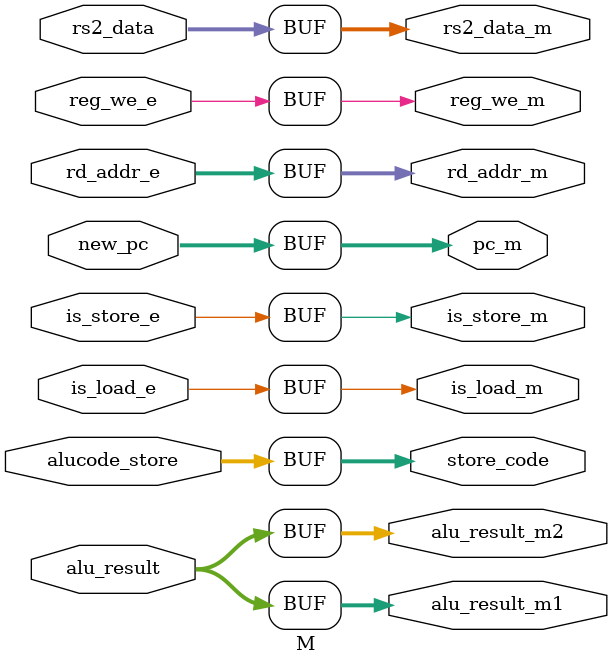
<source format=v>
`timescale 1ns / 1ps
`include "define.vh"


// // Memory
// module M(input wire clk, input wire enable, input wire[31:0] new_pc,
// input wire [31:0] alu_result, input wire [31:0] rs2_data, 
// input wire is_load_e, input wire is_store_e, input wire [4:0] rd_addr_e,
// input wire reg_we_e, input wire [5:0] alucode_store,
// output wire [31:0] pc_m, output wire [31:0] alu_result_m1,
// output wire [4:0] rd_addr_m, output wire reg_we_m, output wire is_load_m, output wire is_store_m,
// output wire [31:0] alu_result_m2, output wire [31:0] rs2_data_m, output wire [5:0] store_code);
//     reg [31:0] reg_new_pc;
//     reg [31:0] reg_alu_result;
//     reg [31:0] reg_rs2_data;
//     reg reg_is_load;
//     reg reg_is_store;
//     reg [4:0] reg_rd_addr_e;
//     reg reg_reg_we_e;
//     reg [5:0] reg_store_code;

//     always @(posedge clk) begin
//         if (enable) begin
//             reg_new_pc <= new_pc;
//             reg_alu_result <= alu_result;
//             reg_rs2_data <= rs2_data;
//             reg_is_load <= is_load_e;
//             reg_is_store <= is_store_e;
//             reg_rd_addr_e <= rd_addr_e;
//             reg_reg_we_e <= reg_we_e;
//             reg_store_code <= alucode_store;
//             // $display("Memory");
//             // $display(reg_alu_result);
//             // $display(reg_rd_addr_e);
//         end
//     end
//     assign pc_m = reg_new_pc;
//     assign alu_result_m1 = reg_alu_result;
//     assign alu_result_m2 = reg_alu_result;
//     assign rd_addr_m = reg_rd_addr_e;
//     assign reg_we_m = reg_reg_we_e;
//     assign is_load_m = reg_is_load;
//     assign is_store_m = reg_is_store;
//     assign rs2_data_m = reg_rs2_data;
//     assign store_code = reg_store_code;
// endmodule

// Memory
module M(input wire[31:0] new_pc,
input wire [31:0] alu_result, input wire [31:0] rs2_data, 
input wire is_load_e, input wire is_store_e, input wire [4:0] rd_addr_e,
input wire reg_we_e, input wire [5:0] alucode_store,
output wire [31:0] pc_m, output wire [31:0] alu_result_m1,
output wire [4:0] rd_addr_m, output wire reg_we_m, output wire is_load_m, output wire is_store_m,
output wire [31:0] alu_result_m2, output wire [31:0] rs2_data_m, output wire [5:0] store_code);

    assign pc_m = new_pc;
    assign alu_result_m1 = alu_result;
    assign alu_result_m2 = alu_result;
    assign rd_addr_m = rd_addr_e;
    assign reg_we_m = reg_we_e;
    assign is_load_m = is_load_e;
    assign is_store_m = is_store_e;
    assign rs2_data_m = rs2_data;
    assign store_code = alucode_store;
endmodule

</source>
